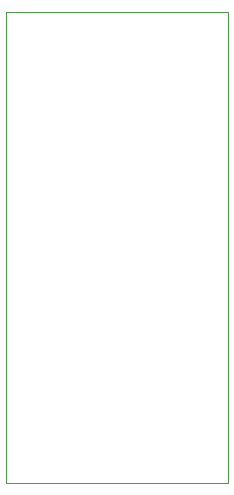
<source format=gm1>
G04 #@! TF.GenerationSoftware,KiCad,Pcbnew,5.1.12-84ad8e8a86~92~ubuntu20.04.1*
G04 #@! TF.CreationDate,2022-01-10T18:06:35+09:00*
G04 #@! TF.ProjectId,LI2026ODP,4c493230-3236-44f4-9450-2e6b69636164,rev?*
G04 #@! TF.SameCoordinates,Original*
G04 #@! TF.FileFunction,Profile,NP*
%FSLAX46Y46*%
G04 Gerber Fmt 4.6, Leading zero omitted, Abs format (unit mm)*
G04 Created by KiCad (PCBNEW 5.1.12-84ad8e8a86~92~ubuntu20.04.1) date 2022-01-10 18:06:35*
%MOMM*%
%LPD*%
G01*
G04 APERTURE LIST*
G04 #@! TA.AperFunction,Profile*
%ADD10C,0.050000*%
G04 #@! TD*
G04 APERTURE END LIST*
D10*
X115570000Y-84582000D02*
X115570000Y-124460000D01*
X134366000Y-84582000D02*
X115570000Y-84582000D01*
X134366000Y-85344000D02*
X134366000Y-84582000D01*
X134366000Y-85344000D02*
X134366000Y-124460000D01*
X134366000Y-124460000D02*
X115570000Y-124460000D01*
M02*

</source>
